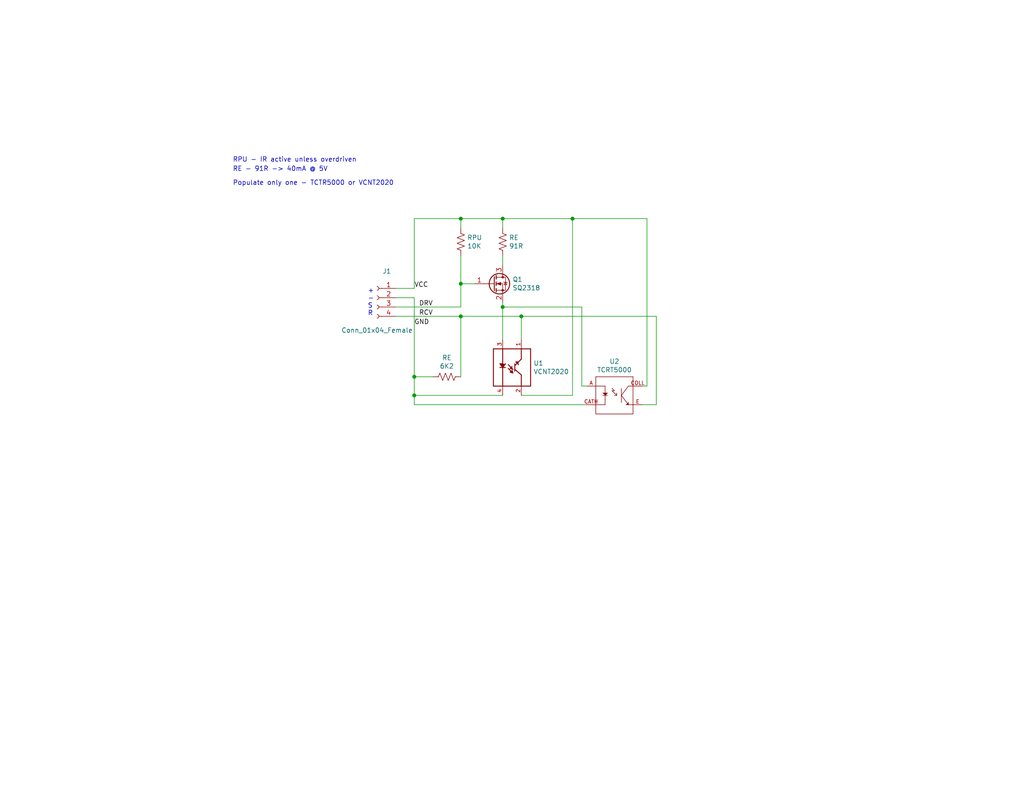
<source format=kicad_sch>
(kicad_sch (version 20230121) (generator eeschema)
  (paper "USLetter")
  (title_block (title "IR Reflective Sensors") (date "2018-12-05") (rev "1") (company "Digital REP") (comment 1 "Dual-footprint Design"))
  (lib_symbols
    (symbol "DR-3-rescue:Conn_01x04_Female-Connector" (pin_names (offset 1.016) hide)
      (property "Reference" "J" (at 0 5.08 0))
      (property "Value" "Connector_Conn_01x04_Female" (at 0 -7.62 0))
      (symbol "Conn_01x04_Female-Connector_1_1"
        (arc (start 0 -4.572) (mid -0.5058 -5.08) (end 0 -5.588) (stroke (width 0.1524)))
        (arc (start 0 -2.032) (mid -0.5058 -2.54) (end 0 -3.048) (stroke (width 0.1524)))
        (polyline (pts (xy -1.27 -5.08) (xy -0.508 -5.08)) (stroke (width 0.1524)))
        (polyline (pts (xy -1.27 -2.54) (xy -0.508 -2.54)) (stroke (width 0.1524)))
        (polyline (pts (xy -1.27 0) (xy -0.508 0)) (stroke (width 0.1524)))
        (polyline (pts (xy -1.27 2.54) (xy -0.508 2.54)) (stroke (width 0.1524)))
        (arc (start 0 0.508) (mid -0.5058 0) (end 0 -0.508) (stroke (width 0.1524)))
        (arc (start 0 3.048) (mid -0.5058 2.54) (end 0 2.032) (stroke (width 0.1524)))
        (pin passive line (at -5.08 2.54 0) (length 3.81) (name "Pin_1") (number "1"))
        (pin passive line (at -5.08 0 0) (length 3.81) (name "Pin_2") (number "2"))
        (pin passive line (at -5.08 -2.54 0) (length 3.81) (name "Pin_3") (number "3"))
        (pin passive line (at -5.08 -5.08 0) (length 3.81) (name "Pin_4") (number "4"))
      )
    )
    (symbol "DR-3-rescue:TCRT5000-TCRT5000" (pin_names (offset 1.016) hide)
      (property "Reference" "U" (at -5.08 5.715 0))
      (property "Value" "TCRT5000_TCRT5000" (at -5.08 -5.715 0))
      (symbol "TCRT5000-TCRT5000_0_0"
        (polyline (pts (xy -5.08 -5.08) (xy 5.08 -5.08)) (stroke (width 0.1524)))
        (polyline (pts (xy -5.08 -2.54) (xy -5.08 -5.08)) (stroke (width 0.1524)))
        (polyline (pts (xy -5.08 2.54) (xy -5.08 -2.54)) (stroke (width 0.1524)))
        (polyline (pts (xy -5.08 2.54) (xy -2.54 2.54)) (stroke (width 0.1524)))
        (polyline (pts (xy -5.08 5.08) (xy -5.08 2.54)) (stroke (width 0.1524)))
        (polyline (pts (xy -3.175 0) (xy -1.905 0)) (stroke (width 0.1524)))
        (polyline (pts (xy -2.54 -2.54) (xy -5.08 -2.54)) (stroke (width 0.1524)))
        (polyline (pts (xy -2.54 2.54) (xy -2.54 -2.54)) (stroke (width 0.1524)))
        (polyline (pts (xy -0.635 1.27) (xy 0.635 0)) (stroke (width 0.1524)))
        (polyline (pts (xy -0.635 1.905) (xy 0 1.27)) (stroke (width 0.1524)))
        (polyline (pts (xy 0 1.27) (xy -0.635 1.27)) (stroke (width 0.1524)))
        (polyline (pts (xy 0.635 0) (xy 0 0)) (stroke (width 0.1524)))
        (polyline (pts (xy 0.635 0.635) (xy 0.635 0)) (stroke (width 0.1524)))
        (polyline (pts (xy 1.905 0) (xy 1.905 -1.905)) (stroke (width 0.1524)))
        (polyline (pts (xy 1.905 0) (xy 3.81 -2.54)) (stroke (width 0.1524)))
        (polyline (pts (xy 1.905 0) (xy 3.81 2.54)) (stroke (width 0.1524)))
        (polyline (pts (xy 1.905 1.905) (xy 1.905 0)) (stroke (width 0.1524)))
        (polyline (pts (xy 3.81 -2.54) (xy 5.08 -2.54)) (stroke (width 0.1524)))
        (polyline (pts (xy 3.81 2.54) (xy 5.08 2.54)) (stroke (width 0.1524)))
        (polyline (pts (xy 5.08 -5.08) (xy 5.08 -2.54)) (stroke (width 0.1524)))
        (polyline (pts (xy 5.08 -2.54) (xy 5.08 2.54)) (stroke (width 0.1524)))
        (polyline (pts (xy 5.08 2.54) (xy 5.08 5.08)) (stroke (width 0.1524)))
        (polyline (pts (xy 5.08 5.08) (xy -5.08 5.08)) (stroke (width 0.1524)))
        (polyline (pts (xy -3.175 0.635) (xy -1.905 0.635) (xy -2.54 0)) (stroke (width 0.1524)) (fill (type outline)))
        (polyline (pts (xy 3.175 -2.54) (xy 3.81 -2.54) (xy 3.81 -1.905)) (stroke (width 0.1524)) (fill (type outline)))
        (pin passive line (at -7.62 2.54 0) (length 2.54) (name "A") (number "A"))
        (pin passive line (at -7.62 -2.54 0) (length 2.54) (name "CATH") (number "CATH"))
        (pin passive line (at 7.62 2.54 180) (length 2.54) (name "COLL") (number "COLL"))
        (pin passive line (at 7.62 -2.54 180) (length 2.54) (name "E") (number "E"))
      )
    )
    (symbol "DR-3-rescue:VCNT2020-VCNT2020" (pin_names (offset 1.016) hide)
      (property "Reference" "U" (at -5.08 5.08 0))
      (property "Value" "VCNT2020_VCNT2020" (at -5.08 -7.62 0))
      (symbol "VCNT2020-VCNT2020_0_0"
        (polyline (pts (xy -5.08 -5.08) (xy -5.08 -2.54)) (stroke (width 0.254)))
        (polyline (pts (xy -5.08 -2.54) (xy -5.08 2.54)) (stroke (width 0.254)))
        (polyline (pts (xy -5.08 2.54) (xy -5.08 5.08)) (stroke (width 0.254)))
        (polyline (pts (xy -5.08 2.54) (xy -1.016 2.54)) (stroke (width 0.254)))
        (polyline (pts (xy -5.08 5.08) (xy 5.08 5.08)) (stroke (width 0.254)))
        (polyline (pts (xy -2.286 -2.54) (xy -5.08 -2.54)) (stroke (width 0.254)))
        (polyline (pts (xy -2.286 -2.54) (xy -1.524 -1.778)) (stroke (width 0.254)))
        (polyline (pts (xy -1.016 -1.27) (xy -0.508 -0.762)) (stroke (width 0.254)))
        (polyline (pts (xy -1.016 -0.762) (xy 0.508 -0.762)) (stroke (width 0.254)))
        (polyline (pts (xy -0.762 1.016) (xy 0 0.254)) (stroke (width 0.254)))
        (polyline (pts (xy 0 2.54) (xy 0 1.778)) (stroke (width 0.254)))
        (polyline (pts (xy 0 2.54) (xy 5.08 2.54)) (stroke (width 0.254)))
        (polyline (pts (xy 0 3.302) (xy 0 2.54)) (stroke (width 0.254)))
        (polyline (pts (xy 0.254 1.016) (xy 1.016 0.254)) (stroke (width 0.254)))
        (polyline (pts (xy 0.508 -0.762) (xy 1.016 -0.762)) (stroke (width 0.254)))
        (polyline (pts (xy 0.508 -0.762) (xy 2.032 -2.54)) (stroke (width 0.254)))
        (polyline (pts (xy 2.032 -2.54) (xy 5.08 -2.54)) (stroke (width 0.254)))
        (polyline (pts (xy 5.08 -5.08) (xy -5.08 -5.08)) (stroke (width 0.254)))
        (polyline (pts (xy 5.08 -2.54) (xy 5.08 -5.08)) (stroke (width 0.254)))
        (polyline (pts (xy 5.08 2.54) (xy 5.08 -2.54)) (stroke (width 0.254)))
        (polyline (pts (xy 5.08 5.08) (xy 5.08 2.54)) (stroke (width 0.254)))
        (polyline (pts (xy -1.524 -1.778) (xy -1.524 -1.016) (xy -0.762 -1.778)) (stroke (width 0.254)) (fill (type outline)))
        (polyline (pts (xy -0.254 0) (xy 0.254 0.508) (xy 0.508 -0.254)) (stroke (width 0.254)) (fill (type outline)))
        (polyline (pts (xy -1.016 2.54) (xy -1.016 3.302) (xy 0 2.54) (xy -1.016 1.778)) (stroke (width 0.254)) (fill (type outline)))
        (polyline (pts (xy 1.016 0.254) (xy 1.27 0.508) (xy 1.524 -0.254) (xy 0.762 0)) (stroke (width 0.254)) (fill (type outline)))
        (pin passive line (at -7.62 -2.54 0) (length 2.54) (name "E") (number "1"))
        (pin passive line (at 7.62 -2.54 180) (length 2.54) (name "C") (number "2"))
        (pin passive line (at -7.62 2.54 0) (length 2.54) (name "A") (number "3"))
        (pin passive line (at 7.62 2.54 180) (length 2.54) (name "K") (number "4"))
      )
    )
    (symbol "Device:R_US" (pin_numbers hide) (pin_names (offset 0))
      (property "Reference" "R" (at 2.54 0 90))
      (property "Value" "R_US" (at -2.54 0 90))
      (symbol "R_US_0_1"
        (polyline (pts (xy 0 -2.286) (xy 0 -2.54)))
        (polyline (pts (xy 0 2.286) (xy 0 2.54)))
        (polyline (pts (xy 0 -0.762) (xy 1.016 -1.143) (xy 0 -1.524) (xy -1.016 -1.905) (xy 0 -2.286)))
        (polyline (pts (xy 0 0.762) (xy 1.016 0.381) (xy 0 0) (xy -1.016 -0.381) (xy 0 -0.762)))
        (polyline (pts (xy 0 2.286) (xy 1.016 1.905) (xy 0 1.524) (xy -1.016 1.143) (xy 0 0.762)))
      )
      (symbol "R_US_1_1"
        (pin passive line (at 0 3.81 270) (length 1.27) (name "~") (number "1"))
        (pin passive line (at 0 -3.81 90) (length 1.27) (name "~") (number "2"))
      )
    )
    (symbol "Transistor_FET:2N7002" (pin_names hide)
      (property "Reference" "Q" (at 5.08 1.905 0))
      (property "Value" "2N7002" (at 5.08 0 0))
      (symbol "2N7002_0_1"
        (polyline (pts (xy 0.254 0) (xy -2.54 0)))
        (polyline (pts (xy 0.254 1.905) (xy 0.254 -1.905)) (stroke (width 0.254)))
        (polyline (pts (xy 0.762 -1.27) (xy 0.762 -2.286)) (stroke (width 0.254)))
        (polyline (pts (xy 0.762 0.508) (xy 0.762 -0.508)) (stroke (width 0.254)))
        (polyline (pts (xy 0.762 2.286) (xy 0.762 1.27)) (stroke (width 0.254)))
        (polyline (pts (xy 2.54 2.54) (xy 2.54 1.778)))
        (polyline (pts (xy 2.54 -2.54) (xy 2.54 0) (xy 0.762 0)))
        (polyline (pts (xy 0.762 -1.778) (xy 3.302 -1.778) (xy 3.302 1.778) (xy 0.762 1.778)))
        (polyline (pts (xy 1.016 0) (xy 2.032 0.381) (xy 2.032 -0.381) (xy 1.016 0)) (fill (type outline)))
        (polyline (pts (xy 2.794 0.508) (xy 2.921 0.381) (xy 3.683 0.381) (xy 3.81 0.254)))
        (polyline (pts (xy 3.302 0.381) (xy 2.921 -0.254) (xy 3.683 -0.254) (xy 3.302 0.381)))
        (circle (center 1.651 0) (radius 2.794) (stroke (width 0.254)))
        (circle (center 2.54 -1.778) (radius 0.254) (fill (type outline)))
        (circle (center 2.54 1.778) (radius 0.254) (fill (type outline)))
      )
      (symbol "2N7002_1_1"
        (pin input line (at -5.08 0 0) (length 2.54) (name "G") (number "1"))
        (pin passive line (at 2.54 -5.08 90) (length 2.54) (name "S") (number "2"))
        (pin passive line (at 2.54 5.08 270) (length 2.54) (name "D") (number "3"))
      )
    )
  )
  (junction (at 125.73 59.69))
  (junction (at 137.16 83.82))
  (junction (at 142.24 86.36))
  (junction (at 113.03 107.95))
  (junction (at 125.73 77.47))
  (junction (at 137.16 59.69))
  (junction (at 125.73 86.36))
  (junction (at 113.03 102.87))
  (junction (at 156.21 59.69))
  (wire (pts (xy 137.16 83.82) (xy 158.75 83.82)))
  (wire (pts (xy 156.21 59.69) (xy 176.53 59.69)))
  (wire (pts (xy 125.73 59.69) (xy 125.73 62.23)))
  (wire (pts (xy 158.75 83.82) (xy 158.75 105.41)))
  (wire (pts (xy 158.75 105.41) (xy 160.02 105.41)))
  (wire (pts (xy 137.16 69.85) (xy 137.16 72.39)))
  (wire (pts (xy 160.02 110.49) (xy 113.03 110.49)))
  (wire (pts (xy 179.07 86.36) (xy 142.24 86.36)))
  (wire (pts (xy 113.03 59.69) (xy 113.03 78.74)))
  (wire (pts (xy 176.53 105.41) (xy 175.26 105.41)))
  (wire (pts (xy 176.53 59.69) (xy 176.53 105.41)))
  (wire (pts (xy 175.26 110.49) (xy 179.07 110.49)))
  (wire (pts (xy 137.16 107.95) (xy 113.03 107.95)))
  (wire (pts (xy 125.73 59.69) (xy 113.03 59.69)))
  (wire (pts (xy 129.54 77.47) (xy 125.73 77.47)))
  (wire (pts (xy 118.11 102.87) (xy 113.03 102.87)))
  (wire (pts (xy 125.73 83.82) (xy 125.73 77.47)))
  (wire (pts (xy 142.24 107.95) (xy 156.21 107.95)))
  (wire (pts (xy 137.16 59.69) (xy 156.21 59.69)))
  (wire (pts (xy 107.95 83.82) (xy 125.73 83.82)))
  (wire (pts (xy 156.21 107.95) (xy 156.21 59.69)))
  (wire (pts (xy 125.73 77.47) (xy 125.73 69.85)))
  (wire (pts (xy 142.24 86.36) (xy 125.73 86.36)))
  (wire (pts (xy 137.16 62.23) (xy 137.16 59.69)))
  (wire (pts (xy 137.16 83.82) (xy 137.16 92.71)))
  (wire (pts (xy 179.07 110.49) (xy 179.07 86.36)))
  (wire (pts (xy 137.16 59.69) (xy 125.73 59.69)))
  (wire (pts (xy 113.03 78.74) (xy 107.95 78.74)))
  (wire (pts (xy 137.16 82.55) (xy 137.16 83.82)))
  (wire (pts (xy 113.03 102.87) (xy 113.03 107.95)))
  (wire (pts (xy 107.95 86.36) (xy 125.73 86.36)))
  (wire (pts (xy 142.24 92.71) (xy 142.24 86.36)))
  (wire (pts (xy 125.73 86.36) (xy 125.73 102.87)))
  (wire (pts (xy 113.03 107.95) (xy 113.03 110.49)))
  (wire (pts (xy 113.03 81.28) (xy 107.95 81.28)))
  (wire (pts (xy 113.03 81.28) (xy 113.03 102.87)))
  (text "RPU - IR active unless overdriven" (at 63.5 44.45 0) (effects (font (size 1.27 1.27)) (justify left bottom)))
  (text "Populate only one - TCTR5000 or VCNT2020" (at 63.5 50.8 0) (effects (font (size 1.27 1.27)) (justify left bottom)))
  (text "RE - 91R -> 40mA @ 5V" (at 63.5 46.99 0) (effects (font (size 1.27 1.27)) (justify left bottom)))
  (text "+\n-\nS\nR" (at 100.33 86.36 0) (effects (font (size 1.27 1.27)) (justify left bottom)))
  (label "VCC" (at 113.03 78.74 0))
  (label "RCV" (at 114.3 86.36 0))
  (label "DRV" (at 114.3 83.82 0))
  (label "GND" (at 113.03 88.9 0))
  (symbol (lib_id "DR-3-rescue:VCNT2020-VCNT2020") (at 139.7 100.33 90) (mirror x) (unit 1)
    (property "Reference" "U1" (at 145.542 99.1616 90) (effects (justify right)))
    (property "Value" "VCNT2020" (at 145.542 101.473 90) (effects (justify right)))
    (property "Footprint" "VCNT2020:XDCR_VCNT2020" (effects hide))
    (property "Datasheet" "Reflective Sensor With Ptr Output" (effects hide))
    (property "Field4" "Unavailable" (effects hide))
    (property "Field5" "Vishay" (effects hide))
    (property "Field6" "SMD-4 Vishay" (effects hide))
    (property "Field7" "None" (effects hide))
    (property "Field8" "VCNT2020" (effects hide))
  )
  (symbol (lib_id "DR-3-rescue:TCRT5000-TCRT5000") (at 167.64 107.95 0) (unit 1)
    (property "Reference" "U2" (at 167.64 98.679 0))
    (property "Value" "TCRT5000" (at 167.64 100.9904 0))
    (property "Footprint" "TCRT5000:OPTO_TCRT5000" (effects hide))
    (property "Datasheet" "PCB Mount Vishay" (effects hide))
    (property "Field4" "Vishay" (effects hide))
    (property "Field5" "None" (effects hide))
    (property "Field6" "TCRT5000" (effects hide))
    (property "Field7" "950 nm 60 mA Through Hole Reflective Optical Sensor with Transistor Output" (effects hide))
    (property "Field8" "Unavailable" (effects hide))
  )
  (symbol (lib_id "Device:R_US") (at 137.16 66.04 0) (unit 1)
    (property "Reference" "RE" (at 138.8872 64.8716 0) (effects (justify left)))
    (property "Value" "91R" (at 138.8872 67.183 0) (effects (justify left)))
    (property "Footprint" "Resistors_SMD:R_0603_HandSoldering" (effects hide))
  )
  (symbol (lib_id "Device:R_US") (at 125.73 66.04 0) (unit 1)
    (property "Reference" "RPU" (at 127.4572 64.8716 0) (effects (justify left)))
    (property "Value" "10K" (at 127.4572 67.183 0) (effects (justify left)))
    (property "Footprint" "Resistors_SMD:R_0603_HandSoldering" (effects hide))
  )
  (symbol (lib_id "Device:R_US") (at 121.92 102.87 270) (unit 1)
    (property "Reference" "RE" (at 121.92 97.663 90))
    (property "Value" "6K2" (at 121.92 99.9744 90))
    (property "Footprint" "Resistors_SMD:R_0603_HandSoldering" (effects hide))
  )
  (symbol (lib_id "Transistor_FET:2N7002") (at 134.62 77.47 0) (unit 1)
    (property "Reference" "Q1" (at 139.827 76.3016 0) (effects (justify left)))
    (property "Value" "SQ2318" (at 139.827 78.613 0) (effects (justify left)))
    (property "Footprint" "TO_SOT_Packages_SMD:SOT-23" (effects hide))
    (property "Datasheet" "https://www.fairchildsemi.com/datasheets/2N/2N7002.pdf" (effects hide))
  )
  (symbol (lib_id "DR-3-rescue:Conn_01x04_Female-Connector") (at 102.87 81.28 0) (mirror y) (unit 1)
    (property "Reference" "J1" (at 105.5624 74.041 0))
    (property "Value" "Conn_01x04_Female" (at 102.87 90.17 0))
    (property "Footprint" "Pin_Headers:Pin_Header_Angled_1x04_Pitch2.54mm" (effects hide))
  )
)
</source>
